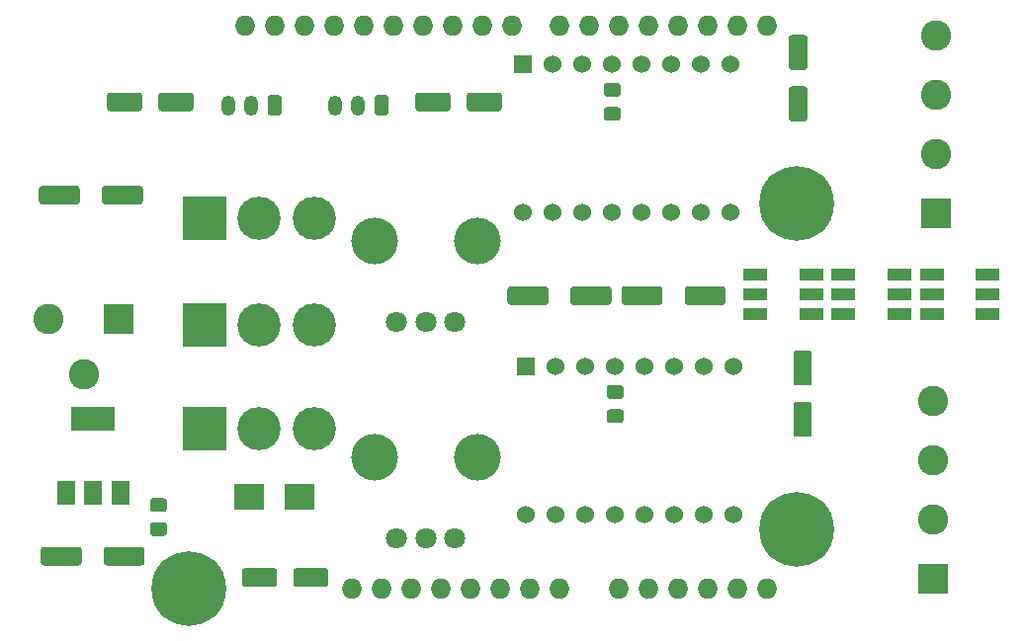
<source format=gts>
G04 #@! TF.GenerationSoftware,KiCad,Pcbnew,5.1.9-73d0e3b20d~88~ubuntu18.04.1*
G04 #@! TF.CreationDate,2021-02-15T13:27:50-05:00*
G04 #@! TF.ProjectId,driver,64726976-6572-42e6-9b69-6361645f7063,v1.0.0*
G04 #@! TF.SameCoordinates,Original*
G04 #@! TF.FileFunction,Soldermask,Top*
G04 #@! TF.FilePolarity,Negative*
%FSLAX46Y46*%
G04 Gerber Fmt 4.6, Leading zero omitted, Abs format (unit mm)*
G04 Created by KiCad (PCBNEW 5.1.9-73d0e3b20d~88~ubuntu18.04.1) date 2021-02-15 13:27:50*
%MOMM*%
%LPD*%
G01*
G04 APERTURE LIST*
%ADD10O,1.727200X1.727200*%
%ADD11C,3.200000*%
%ADD12R,1.524000X1.524000*%
%ADD13C,1.524000*%
%ADD14C,0.800000*%
%ADD15C,6.400000*%
%ADD16C,2.600000*%
%ADD17R,2.600000X2.600000*%
%ADD18O,1.200000X1.750000*%
%ADD19R,2.000000X1.100000*%
%ADD20C,1.800000*%
%ADD21C,4.000000*%
%ADD22C,3.700000*%
%ADD23R,3.700000X3.700000*%
%ADD24R,3.800000X2.000000*%
%ADD25R,1.500000X2.000000*%
%ADD26R,2.500000X2.300000*%
G04 APERTURE END LIST*
D10*
X171525000Y-125170000D03*
X168985000Y-125170000D03*
X166445000Y-125170000D03*
X163905000Y-125170000D03*
X161365000Y-125170000D03*
X135965000Y-125170000D03*
X142061000Y-76910000D03*
X139521000Y-76910000D03*
X136981000Y-76910000D03*
X131901000Y-76910000D03*
X129361000Y-76910000D03*
X126821000Y-76910000D03*
D11*
X121995000Y-125170000D03*
X174065000Y-92150000D03*
X174065000Y-120090000D03*
D10*
X144601000Y-76910000D03*
X147141000Y-76910000D03*
X149681000Y-76910000D03*
X134441000Y-76910000D03*
X153745000Y-76910000D03*
X156285000Y-76910000D03*
X158825000Y-76910000D03*
X161365000Y-76910000D03*
X163905000Y-76910000D03*
X166445000Y-76910000D03*
X168985000Y-76910000D03*
X171525000Y-76910000D03*
X138505000Y-125170000D03*
X141045000Y-125170000D03*
X143585000Y-125170000D03*
X146125000Y-125170000D03*
X148665000Y-125170000D03*
X151205000Y-125170000D03*
X153745000Y-125170000D03*
X158825000Y-125170000D03*
D12*
X150876000Y-106172000D03*
D13*
X153416000Y-106172000D03*
X155956000Y-106172000D03*
X158496000Y-106172000D03*
X161036000Y-106172000D03*
X163576000Y-106172000D03*
X166116000Y-106172000D03*
X168656000Y-106172000D03*
X168656000Y-118872000D03*
X166116000Y-118872000D03*
X163576000Y-118872000D03*
X161036000Y-118872000D03*
X158496000Y-118872000D03*
X155956000Y-118872000D03*
X153416000Y-118872000D03*
X150876000Y-118872000D03*
X150622000Y-92964000D03*
X153162000Y-92964000D03*
X155702000Y-92964000D03*
X158242000Y-92964000D03*
X160782000Y-92964000D03*
X163322000Y-92964000D03*
X165862000Y-92964000D03*
X168402000Y-92964000D03*
X168402000Y-80264000D03*
X165862000Y-80264000D03*
X163322000Y-80264000D03*
X160782000Y-80264000D03*
X158242000Y-80264000D03*
X155702000Y-80264000D03*
X153162000Y-80264000D03*
D12*
X150622000Y-80264000D03*
G36*
G01*
X141385000Y-84014400D02*
X141385000Y-82914400D01*
G75*
G02*
X141635000Y-82664400I250000J0D01*
G01*
X144135000Y-82664400D01*
G75*
G02*
X144385000Y-82914400I0J-250000D01*
G01*
X144385000Y-84014400D01*
G75*
G02*
X144135000Y-84264400I-250000J0D01*
G01*
X141635000Y-84264400D01*
G75*
G02*
X141385000Y-84014400I0J250000D01*
G01*
G37*
G36*
G01*
X145785000Y-84014400D02*
X145785000Y-82914400D01*
G75*
G02*
X146035000Y-82664400I250000J0D01*
G01*
X148535000Y-82664400D01*
G75*
G02*
X148785000Y-82914400I0J-250000D01*
G01*
X148785000Y-84014400D01*
G75*
G02*
X148535000Y-84264400I-250000J0D01*
G01*
X146035000Y-84264400D01*
G75*
G02*
X145785000Y-84014400I0J250000D01*
G01*
G37*
G36*
G01*
X117969000Y-82914400D02*
X117969000Y-84014400D01*
G75*
G02*
X117719000Y-84264400I-250000J0D01*
G01*
X115219000Y-84264400D01*
G75*
G02*
X114969000Y-84014400I0J250000D01*
G01*
X114969000Y-82914400D01*
G75*
G02*
X115219000Y-82664400I250000J0D01*
G01*
X117719000Y-82664400D01*
G75*
G02*
X117969000Y-82914400I0J-250000D01*
G01*
G37*
G36*
G01*
X122369000Y-82914400D02*
X122369000Y-84014400D01*
G75*
G02*
X122119000Y-84264400I-250000J0D01*
G01*
X119619000Y-84264400D01*
G75*
G02*
X119369000Y-84014400I0J250000D01*
G01*
X119369000Y-82914400D01*
G75*
G02*
X119619000Y-82664400I250000J0D01*
G01*
X122119000Y-82664400D01*
G75*
G02*
X122369000Y-82914400I0J-250000D01*
G01*
G37*
G36*
G01*
X118191000Y-121853000D02*
X118191000Y-122953000D01*
G75*
G02*
X117941000Y-123203000I-250000J0D01*
G01*
X114941000Y-123203000D01*
G75*
G02*
X114691000Y-122953000I0J250000D01*
G01*
X114691000Y-121853000D01*
G75*
G02*
X114941000Y-121603000I250000J0D01*
G01*
X117941000Y-121603000D01*
G75*
G02*
X118191000Y-121853000I0J-250000D01*
G01*
G37*
G36*
G01*
X112791000Y-121853000D02*
X112791000Y-122953000D01*
G75*
G02*
X112541000Y-123203000I-250000J0D01*
G01*
X109541000Y-123203000D01*
G75*
G02*
X109291000Y-122953000I0J250000D01*
G01*
X109291000Y-121853000D01*
G75*
G02*
X109541000Y-121603000I250000J0D01*
G01*
X112541000Y-121603000D01*
G75*
G02*
X112791000Y-121853000I0J-250000D01*
G01*
G37*
G36*
G01*
X126526000Y-124781000D02*
X126526000Y-123681000D01*
G75*
G02*
X126776000Y-123431000I250000J0D01*
G01*
X129276000Y-123431000D01*
G75*
G02*
X129526000Y-123681000I0J-250000D01*
G01*
X129526000Y-124781000D01*
G75*
G02*
X129276000Y-125031000I-250000J0D01*
G01*
X126776000Y-125031000D01*
G75*
G02*
X126526000Y-124781000I0J250000D01*
G01*
G37*
G36*
G01*
X130926000Y-124781000D02*
X130926000Y-123681000D01*
G75*
G02*
X131176000Y-123431000I250000J0D01*
G01*
X133676000Y-123431000D01*
G75*
G02*
X133926000Y-123681000I0J-250000D01*
G01*
X133926000Y-124781000D01*
G75*
G02*
X133676000Y-125031000I-250000J0D01*
G01*
X131176000Y-125031000D01*
G75*
G02*
X130926000Y-124781000I0J250000D01*
G01*
G37*
G36*
G01*
X164450000Y-100626000D02*
X164450000Y-99526000D01*
G75*
G02*
X164700000Y-99276000I250000J0D01*
G01*
X167700000Y-99276000D01*
G75*
G02*
X167950000Y-99526000I0J-250000D01*
G01*
X167950000Y-100626000D01*
G75*
G02*
X167700000Y-100876000I-250000J0D01*
G01*
X164700000Y-100876000D01*
G75*
G02*
X164450000Y-100626000I0J250000D01*
G01*
G37*
G36*
G01*
X159050000Y-100626000D02*
X159050000Y-99526000D01*
G75*
G02*
X159300000Y-99276000I250000J0D01*
G01*
X162300000Y-99276000D01*
G75*
G02*
X162550000Y-99526000I0J-250000D01*
G01*
X162550000Y-100626000D01*
G75*
G02*
X162300000Y-100876000I-250000J0D01*
G01*
X159300000Y-100876000D01*
G75*
G02*
X159050000Y-100626000I0J250000D01*
G01*
G37*
G36*
G01*
X149271000Y-100626000D02*
X149271000Y-99526000D01*
G75*
G02*
X149521000Y-99276000I250000J0D01*
G01*
X152521000Y-99276000D01*
G75*
G02*
X152771000Y-99526000I0J-250000D01*
G01*
X152771000Y-100626000D01*
G75*
G02*
X152521000Y-100876000I-250000J0D01*
G01*
X149521000Y-100876000D01*
G75*
G02*
X149271000Y-100626000I0J250000D01*
G01*
G37*
G36*
G01*
X154671000Y-100626000D02*
X154671000Y-99526000D01*
G75*
G02*
X154921000Y-99276000I250000J0D01*
G01*
X157921000Y-99276000D01*
G75*
G02*
X158171000Y-99526000I0J-250000D01*
G01*
X158171000Y-100626000D01*
G75*
G02*
X157921000Y-100876000I-250000J0D01*
G01*
X154921000Y-100876000D01*
G75*
G02*
X154671000Y-100626000I0J250000D01*
G01*
G37*
D14*
X175762056Y-90452944D03*
X174065000Y-89750000D03*
X172367944Y-90452944D03*
X171665000Y-92150000D03*
X172367944Y-93847056D03*
X174065000Y-94550000D03*
X175762056Y-93847056D03*
X176465000Y-92150000D03*
D15*
X174065000Y-92150000D03*
X121995000Y-125170000D03*
D14*
X124395000Y-125170000D03*
X123692056Y-126867056D03*
X121995000Y-127570000D03*
X120297944Y-126867056D03*
X119595000Y-125170000D03*
X120297944Y-123472944D03*
X121995000Y-122770000D03*
X123692056Y-123472944D03*
X175762056Y-118392944D03*
X174065000Y-117690000D03*
X172367944Y-118392944D03*
X171665000Y-120090000D03*
X172367944Y-121787056D03*
X174065000Y-122490000D03*
X175762056Y-121787056D03*
X176465000Y-120090000D03*
D15*
X174065000Y-120090000D03*
D16*
X185979000Y-77749400D03*
X185979000Y-82829400D03*
X185979000Y-87909400D03*
D17*
X185979000Y-92989400D03*
X185725000Y-124358000D03*
D16*
X185725000Y-119278000D03*
X185725000Y-114198000D03*
X185725000Y-109118000D03*
D18*
X134481000Y-83760400D03*
X136481000Y-83760400D03*
G36*
G01*
X139081000Y-83135399D02*
X139081000Y-84385401D01*
G75*
G02*
X138831001Y-84635400I-249999J0D01*
G01*
X138130999Y-84635400D01*
G75*
G02*
X137881000Y-84385401I0J249999D01*
G01*
X137881000Y-83135399D01*
G75*
G02*
X138130999Y-82885400I249999J0D01*
G01*
X138831001Y-82885400D01*
G75*
G02*
X139081000Y-83135399I0J-249999D01*
G01*
G37*
G36*
G01*
X129925000Y-83135399D02*
X129925000Y-84385401D01*
G75*
G02*
X129675001Y-84635400I-249999J0D01*
G01*
X128974999Y-84635400D01*
G75*
G02*
X128725000Y-84385401I0J249999D01*
G01*
X128725000Y-83135399D01*
G75*
G02*
X128974999Y-82885400I249999J0D01*
G01*
X129675001Y-82885400D01*
G75*
G02*
X129925000Y-83135399I0J-249999D01*
G01*
G37*
X127325000Y-83760400D03*
X125325000Y-83760400D03*
D17*
X115982000Y-102108000D03*
D16*
X109982000Y-102108000D03*
X112982000Y-106808000D03*
D19*
X170498000Y-98274400D03*
X170498000Y-99974400D03*
X170498000Y-101674400D03*
X175298000Y-101674400D03*
X175298000Y-99974400D03*
X175298000Y-98274400D03*
X182854000Y-98274400D03*
X182854000Y-99974400D03*
X182854000Y-101674400D03*
X178054000Y-101674400D03*
X178054000Y-99974400D03*
X178054000Y-98274400D03*
X185611000Y-98274400D03*
X185611000Y-99974400D03*
X185611000Y-101674400D03*
X190411000Y-101674400D03*
X190411000Y-99974400D03*
X190411000Y-98274400D03*
G36*
G01*
X158717000Y-85085500D02*
X157767000Y-85085500D01*
G75*
G02*
X157517000Y-84835500I0J250000D01*
G01*
X157517000Y-84160500D01*
G75*
G02*
X157767000Y-83910500I250000J0D01*
G01*
X158717000Y-83910500D01*
G75*
G02*
X158967000Y-84160500I0J-250000D01*
G01*
X158967000Y-84835500D01*
G75*
G02*
X158717000Y-85085500I-250000J0D01*
G01*
G37*
G36*
G01*
X158717000Y-83010500D02*
X157767000Y-83010500D01*
G75*
G02*
X157517000Y-82760500I0J250000D01*
G01*
X157517000Y-82085500D01*
G75*
G02*
X157767000Y-81835500I250000J0D01*
G01*
X158717000Y-81835500D01*
G75*
G02*
X158967000Y-82085500I0J-250000D01*
G01*
X158967000Y-82760500D01*
G75*
G02*
X158717000Y-83010500I-250000J0D01*
G01*
G37*
G36*
G01*
X158971000Y-108918000D02*
X158021000Y-108918000D01*
G75*
G02*
X157771000Y-108668000I0J250000D01*
G01*
X157771000Y-107993000D01*
G75*
G02*
X158021000Y-107743000I250000J0D01*
G01*
X158971000Y-107743000D01*
G75*
G02*
X159221000Y-107993000I0J-250000D01*
G01*
X159221000Y-108668000D01*
G75*
G02*
X158971000Y-108918000I-250000J0D01*
G01*
G37*
G36*
G01*
X158971000Y-110993000D02*
X158021000Y-110993000D01*
G75*
G02*
X157771000Y-110743000I0J250000D01*
G01*
X157771000Y-110068000D01*
G75*
G02*
X158021000Y-109818000I250000J0D01*
G01*
X158971000Y-109818000D01*
G75*
G02*
X159221000Y-110068000I0J-250000D01*
G01*
X159221000Y-110743000D01*
G75*
G02*
X158971000Y-110993000I-250000J0D01*
G01*
G37*
D20*
X139780000Y-120904000D03*
X142280000Y-120904000D03*
X144780000Y-120904000D03*
D21*
X137880000Y-113904000D03*
X146680000Y-113904000D03*
X146680000Y-95362000D03*
X137880000Y-95362000D03*
D20*
X144780000Y-102362000D03*
X142280000Y-102362000D03*
X139780000Y-102362000D03*
D22*
X128016000Y-111506000D03*
D23*
X123316000Y-111506000D03*
D22*
X132716000Y-111506000D03*
X132716000Y-102616000D03*
D23*
X123316000Y-102616000D03*
D22*
X128016000Y-102616000D03*
X128016000Y-93472000D03*
D23*
X123316000Y-93472000D03*
D22*
X132716000Y-93472000D03*
D24*
X113792000Y-110642000D03*
D25*
X113792000Y-116942000D03*
X116092000Y-116942000D03*
X111492000Y-116942000D03*
G36*
G01*
X118905000Y-117429000D02*
X119855000Y-117429000D01*
G75*
G02*
X120105000Y-117679000I0J-250000D01*
G01*
X120105000Y-118354000D01*
G75*
G02*
X119855000Y-118604000I-250000J0D01*
G01*
X118905000Y-118604000D01*
G75*
G02*
X118655000Y-118354000I0J250000D01*
G01*
X118655000Y-117679000D01*
G75*
G02*
X118905000Y-117429000I250000J0D01*
G01*
G37*
G36*
G01*
X118905000Y-119504000D02*
X119855000Y-119504000D01*
G75*
G02*
X120105000Y-119754000I0J-250000D01*
G01*
X120105000Y-120429000D01*
G75*
G02*
X119855000Y-120679000I-250000J0D01*
G01*
X118905000Y-120679000D01*
G75*
G02*
X118655000Y-120429000I0J250000D01*
G01*
X118655000Y-119754000D01*
G75*
G02*
X118905000Y-119504000I250000J0D01*
G01*
G37*
D26*
X127136000Y-117348000D03*
X131436000Y-117348000D03*
G36*
G01*
X118039000Y-90915400D02*
X118039000Y-92015400D01*
G75*
G02*
X117789000Y-92265400I-250000J0D01*
G01*
X114789000Y-92265400D01*
G75*
G02*
X114539000Y-92015400I0J250000D01*
G01*
X114539000Y-90915400D01*
G75*
G02*
X114789000Y-90665400I250000J0D01*
G01*
X117789000Y-90665400D01*
G75*
G02*
X118039000Y-90915400I0J-250000D01*
G01*
G37*
G36*
G01*
X112639000Y-90915400D02*
X112639000Y-92015400D01*
G75*
G02*
X112389000Y-92265400I-250000J0D01*
G01*
X109389000Y-92265400D01*
G75*
G02*
X109139000Y-92015400I0J250000D01*
G01*
X109139000Y-90915400D01*
G75*
G02*
X109389000Y-90665400I250000J0D01*
G01*
X112389000Y-90665400D01*
G75*
G02*
X112639000Y-90915400I0J-250000D01*
G01*
G37*
G36*
G01*
X174718000Y-85132400D02*
X173618000Y-85132400D01*
G75*
G02*
X173368000Y-84882400I0J250000D01*
G01*
X173368000Y-82382400D01*
G75*
G02*
X173618000Y-82132400I250000J0D01*
G01*
X174718000Y-82132400D01*
G75*
G02*
X174968000Y-82382400I0J-250000D01*
G01*
X174968000Y-84882400D01*
G75*
G02*
X174718000Y-85132400I-250000J0D01*
G01*
G37*
G36*
G01*
X174718000Y-80732400D02*
X173618000Y-80732400D01*
G75*
G02*
X173368000Y-80482400I0J250000D01*
G01*
X173368000Y-77982400D01*
G75*
G02*
X173618000Y-77732400I250000J0D01*
G01*
X174718000Y-77732400D01*
G75*
G02*
X174968000Y-77982400I0J-250000D01*
G01*
X174968000Y-80482400D01*
G75*
G02*
X174718000Y-80732400I-250000J0D01*
G01*
G37*
G36*
G01*
X175099000Y-107783000D02*
X173999000Y-107783000D01*
G75*
G02*
X173749000Y-107533000I0J250000D01*
G01*
X173749000Y-105033000D01*
G75*
G02*
X173999000Y-104783000I250000J0D01*
G01*
X175099000Y-104783000D01*
G75*
G02*
X175349000Y-105033000I0J-250000D01*
G01*
X175349000Y-107533000D01*
G75*
G02*
X175099000Y-107783000I-250000J0D01*
G01*
G37*
G36*
G01*
X175099000Y-112183000D02*
X173999000Y-112183000D01*
G75*
G02*
X173749000Y-111933000I0J250000D01*
G01*
X173749000Y-109433000D01*
G75*
G02*
X173999000Y-109183000I250000J0D01*
G01*
X175099000Y-109183000D01*
G75*
G02*
X175349000Y-109433000I0J-250000D01*
G01*
X175349000Y-111933000D01*
G75*
G02*
X175099000Y-112183000I-250000J0D01*
G01*
G37*
M02*

</source>
